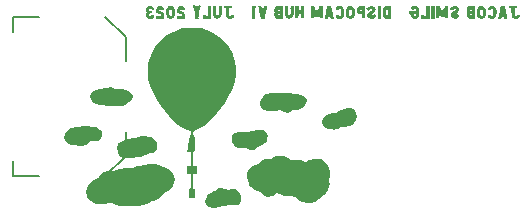
<source format=gbr>
%TF.GenerationSoftware,KiCad,Pcbnew,7.0.2*%
%TF.CreationDate,2023-07-28T16:56:04-04:00*%
%TF.ProjectId,dispocam-hub,64697370-6f63-4616-9d2d-6875622e6b69,rev?*%
%TF.SameCoordinates,Original*%
%TF.FileFunction,Legend,Bot*%
%TF.FilePolarity,Positive*%
%FSLAX46Y46*%
G04 Gerber Fmt 4.6, Leading zero omitted, Abs format (unit mm)*
G04 Created by KiCad (PCBNEW 7.0.2) date 2023-07-28 16:56:04*
%MOMM*%
%LPD*%
G01*
G04 APERTURE LIST*
%ADD10C,0.127000*%
G04 APERTURE END LIST*
%TO.C,G\u002A\u002A\u002A*%
G36*
X140986163Y-109621409D02*
G01*
X141223539Y-109698281D01*
X141305230Y-109727938D01*
X141454518Y-109769511D01*
X141574185Y-109772813D01*
X141708312Y-109741802D01*
X141854624Y-109716680D01*
X142096362Y-109746497D01*
X142314395Y-109854025D01*
X142477406Y-110027628D01*
X142495124Y-110057925D01*
X142580365Y-110276964D01*
X142613887Y-110513287D01*
X142597223Y-110739714D01*
X142531907Y-110929063D01*
X142419474Y-111054153D01*
X142417146Y-111055379D01*
X142338508Y-111070147D01*
X142181310Y-111083968D01*
X141967195Y-111095344D01*
X141717806Y-111102773D01*
X141701666Y-111103092D01*
X141450064Y-111110868D01*
X141231714Y-111122538D01*
X141069534Y-111136577D01*
X140986442Y-111151458D01*
X140959949Y-111161782D01*
X140835394Y-111205563D01*
X140680418Y-111255981D01*
X140457266Y-111308392D01*
X140169169Y-111318697D01*
X139924702Y-111259094D01*
X139735579Y-111135263D01*
X139613514Y-110952886D01*
X139570222Y-110717642D01*
X139584445Y-110599876D01*
X139674802Y-110379932D01*
X139829268Y-110176201D01*
X140025359Y-110015309D01*
X140240588Y-109923879D01*
X140257188Y-109919698D01*
X140409020Y-109848750D01*
X140545362Y-109740112D01*
X140558987Y-109725818D01*
X140677579Y-109633716D01*
X140812073Y-109599400D01*
X140986163Y-109621409D01*
G37*
G36*
X135374877Y-107593698D02*
G01*
X135560107Y-107667017D01*
X135561593Y-107667968D01*
X135665900Y-107718203D01*
X135832289Y-107781968D01*
X136025443Y-107845705D01*
X136269346Y-107936163D01*
X136574612Y-108118793D01*
X136792464Y-108353711D01*
X136923395Y-108641511D01*
X136967897Y-108982787D01*
X136950068Y-109168689D01*
X136849649Y-109451005D01*
X136674571Y-109693786D01*
X136440655Y-109877372D01*
X136163722Y-109982104D01*
X136049025Y-110027401D01*
X135949391Y-110154372D01*
X135925507Y-110205134D01*
X135786231Y-110395750D01*
X135595698Y-110559643D01*
X135384398Y-110674408D01*
X135182822Y-110717642D01*
X135154071Y-110721407D01*
X135035879Y-110766196D01*
X134898623Y-110845326D01*
X134757893Y-110928500D01*
X134536809Y-111016270D01*
X134261665Y-111079751D01*
X133908777Y-111125649D01*
X133755165Y-111137977D01*
X133491894Y-111152744D01*
X133196251Y-111164161D01*
X132907860Y-111170453D01*
X132556836Y-111166834D01*
X132277870Y-111143152D01*
X132057249Y-111094556D01*
X131873527Y-111016286D01*
X131705256Y-110903584D01*
X131548569Y-110780711D01*
X131313311Y-110888956D01*
X131141724Y-110951718D01*
X130937173Y-110987178D01*
X130670022Y-110997964D01*
X130666962Y-110997969D01*
X130446331Y-110993461D01*
X130289648Y-110973647D01*
X130159526Y-110930341D01*
X130018578Y-110855360D01*
X129882853Y-110765344D01*
X129665410Y-110548116D01*
X129538868Y-110288687D01*
X129499234Y-109980328D01*
X129538877Y-109687560D01*
X129650062Y-109406869D01*
X129818822Y-109168695D01*
X130031222Y-108992526D01*
X130273323Y-108897854D01*
X130322201Y-108886008D01*
X130445804Y-108814227D01*
X130551318Y-108668601D01*
X130583094Y-108618335D01*
X130716541Y-108460591D01*
X130870175Y-108329304D01*
X130923778Y-108294071D01*
X131031181Y-108237370D01*
X131148812Y-108203860D01*
X131307254Y-108186637D01*
X131537090Y-108178802D01*
X131715976Y-108171684D01*
X132030959Y-108133455D01*
X132302150Y-108058773D01*
X132451279Y-108010342D01*
X132681163Y-107968842D01*
X132939700Y-107970658D01*
X133139710Y-107976582D01*
X133311891Y-107955046D01*
X133463053Y-107897711D01*
X133611501Y-107842937D01*
X133817406Y-107791071D01*
X134035770Y-107753522D01*
X134252056Y-107719545D01*
X134487924Y-107670831D01*
X134675528Y-107620291D01*
X134874739Y-107575379D01*
X135133769Y-107562484D01*
X135374877Y-107593698D01*
G37*
G36*
X146066505Y-106906515D02*
G01*
X146186350Y-106936351D01*
X146383097Y-107012483D01*
X146573572Y-107110924D01*
X146726482Y-107198766D01*
X146845540Y-107247224D01*
X146955043Y-107256888D01*
X147093960Y-107237215D01*
X147329421Y-107220536D01*
X147644603Y-107263750D01*
X147936221Y-107370851D01*
X147940235Y-107372924D01*
X148024956Y-107408683D01*
X148103745Y-107411036D01*
X148208152Y-107374303D01*
X148369727Y-107292805D01*
X148414151Y-107270302D01*
X148744242Y-107158561D01*
X149063272Y-107142427D01*
X149360963Y-107216072D01*
X149627033Y-107373671D01*
X149851202Y-107609397D01*
X150023188Y-107917424D01*
X150132712Y-108291926D01*
X150158120Y-108475697D01*
X150149602Y-108612518D01*
X150103072Y-108741719D01*
X150066688Y-108831740D01*
X150047622Y-108969211D01*
X150073980Y-109145162D01*
X150091442Y-109250796D01*
X150075515Y-109551490D01*
X149966425Y-109832140D01*
X149770587Y-110073126D01*
X149688465Y-110144600D01*
X149583900Y-110225996D01*
X149526353Y-110257682D01*
X149483388Y-110280795D01*
X149385047Y-110357829D01*
X149258729Y-110470210D01*
X149157276Y-110557746D01*
X148981732Y-110686432D01*
X148827451Y-110775727D01*
X148539506Y-110860396D01*
X148203535Y-110874610D01*
X147863620Y-110816485D01*
X147548803Y-110691153D01*
X147288128Y-110503744D01*
X147195703Y-110422813D01*
X147099512Y-110372019D01*
X146972095Y-110347541D01*
X146778088Y-110337879D01*
X146559331Y-110318600D01*
X146287597Y-110272148D01*
X146033848Y-110208910D01*
X145637433Y-110088798D01*
X145370063Y-110224347D01*
X145254169Y-110276536D01*
X145075199Y-110336531D01*
X144935631Y-110359895D01*
X144870932Y-110355789D01*
X144640962Y-110289005D01*
X144416327Y-110156144D01*
X144234370Y-109977565D01*
X144194066Y-109928287D01*
X144107494Y-109846607D01*
X144051657Y-109827560D01*
X144030912Y-109838020D01*
X143899605Y-109843285D01*
X143737836Y-109781245D01*
X143567869Y-109666328D01*
X143411968Y-109512959D01*
X143292397Y-109335565D01*
X143242352Y-109218772D01*
X143171058Y-108967201D01*
X143126292Y-108691310D01*
X143113469Y-108430136D01*
X143138004Y-108222718D01*
X143167813Y-108136747D01*
X143308345Y-107923879D01*
X143515038Y-107765285D01*
X143764051Y-107681572D01*
X143831865Y-107669276D01*
X143989060Y-107607834D01*
X144106811Y-107490747D01*
X144192587Y-107396920D01*
X144404760Y-107254818D01*
X144651451Y-107168896D01*
X144891989Y-107156470D01*
X144912903Y-107159086D01*
X145089694Y-107155203D01*
X145232367Y-107088572D01*
X145305514Y-107043528D01*
X145543045Y-106951252D01*
X145812551Y-106902123D01*
X146066505Y-106906515D01*
G37*
G36*
X138693007Y-96079589D02*
G01*
X138933601Y-96085831D01*
X139119013Y-96099684D01*
X139274398Y-96124120D01*
X139424916Y-96162111D01*
X139595724Y-96216629D01*
X139672018Y-96243232D01*
X140232661Y-96498252D01*
X140742046Y-96836978D01*
X141190642Y-97250798D01*
X141568919Y-97731101D01*
X141867345Y-98269275D01*
X141898490Y-98340029D01*
X142087772Y-98908237D01*
X142176734Y-99492137D01*
X142165395Y-100089332D01*
X142053775Y-100697425D01*
X141841896Y-101314020D01*
X141764257Y-101488429D01*
X141521672Y-101953672D01*
X141231375Y-102420432D01*
X140904183Y-102876705D01*
X140550910Y-103310484D01*
X140182372Y-103709764D01*
X139809385Y-104062540D01*
X139442764Y-104356807D01*
X139093324Y-104580559D01*
X138771881Y-104721790D01*
X138743732Y-104730897D01*
X138579342Y-104802832D01*
X138503837Y-104891913D01*
X138509445Y-105018524D01*
X138588395Y-105203049D01*
X138606799Y-105243403D01*
X138650081Y-105397695D01*
X138678522Y-105617744D01*
X138694788Y-105921556D01*
X138697521Y-106011198D01*
X138701815Y-106223886D01*
X138697723Y-106359926D01*
X138682285Y-106438497D01*
X138652540Y-106478778D01*
X138605531Y-106499950D01*
X138571253Y-106513778D01*
X138537825Y-106546114D01*
X138516700Y-106610209D01*
X138505077Y-106723677D01*
X138500156Y-106904128D01*
X138499138Y-107169174D01*
X138499138Y-107804563D01*
X138677652Y-107804563D01*
X138856166Y-107804563D01*
X138856166Y-108111203D01*
X138856166Y-108417843D01*
X138677652Y-108417843D01*
X138499138Y-108417843D01*
X138499138Y-109056676D01*
X138499657Y-109273311D01*
X138503222Y-109469580D01*
X138512502Y-109593331D01*
X138530148Y-109661166D01*
X138558813Y-109689691D01*
X138601146Y-109695509D01*
X138620473Y-109696186D01*
X138665016Y-109713152D01*
X138689924Y-109768947D01*
X138700777Y-109884684D01*
X138703154Y-110081480D01*
X138703154Y-110467450D01*
X138435383Y-110452003D01*
X138167612Y-110436555D01*
X138152627Y-110066032D01*
X138149888Y-109994437D01*
X138147563Y-109831207D01*
X138158646Y-109741398D01*
X138188349Y-109703376D01*
X138241884Y-109695509D01*
X138278991Y-109692091D01*
X138310395Y-109669661D01*
X138330097Y-109611532D01*
X138340811Y-109501077D01*
X138345249Y-109321668D01*
X138346126Y-109056676D01*
X138346126Y-108417843D01*
X138167612Y-108417843D01*
X137989098Y-108417843D01*
X137989098Y-108111203D01*
X137989098Y-107804563D01*
X138167612Y-107804563D01*
X138346126Y-107804563D01*
X138346126Y-107174582D01*
X138346126Y-106544600D01*
X138185848Y-106568171D01*
X138025570Y-106591742D01*
X138062538Y-106215820D01*
X138095277Y-105988741D01*
X138153514Y-105708037D01*
X138222165Y-105455128D01*
X138271075Y-105297837D01*
X138327594Y-105084812D01*
X138343939Y-104939995D01*
X138317853Y-104846025D01*
X138247078Y-104785541D01*
X138129359Y-104741181D01*
X138015681Y-104702641D01*
X137657341Y-104526449D01*
X137280963Y-104268721D01*
X136896331Y-103941324D01*
X136513224Y-103556122D01*
X136141424Y-103124982D01*
X135790712Y-102659770D01*
X135470871Y-102172351D01*
X135191681Y-101674592D01*
X134962924Y-101178358D01*
X134794382Y-100695516D01*
X134736160Y-100480224D01*
X134698964Y-100298801D01*
X134680621Y-100121028D01*
X134677539Y-99911725D01*
X134686123Y-99635710D01*
X134695194Y-99457386D01*
X134723569Y-99151724D01*
X134770013Y-98892409D01*
X134840296Y-98642265D01*
X135019574Y-98194021D01*
X135323218Y-97671818D01*
X135705931Y-97205351D01*
X136159818Y-96802556D01*
X136676985Y-96471371D01*
X137249540Y-96219733D01*
X137257118Y-96217083D01*
X137423503Y-96161687D01*
X137568002Y-96123170D01*
X137715388Y-96098539D01*
X137890439Y-96084803D01*
X138117928Y-96078968D01*
X138422632Y-96078042D01*
X138693007Y-96079589D01*
G37*
G36*
X134538354Y-105243387D02*
G01*
X134816311Y-105291850D01*
X135017786Y-105339793D01*
X135159390Y-105394648D01*
X135257737Y-105463845D01*
X135329440Y-105554814D01*
X135391109Y-105674984D01*
X135455693Y-105855768D01*
X135487265Y-106112274D01*
X135446449Y-106338083D01*
X135339797Y-106518084D01*
X135173862Y-106637165D01*
X134955196Y-106680217D01*
X134897292Y-106687259D01*
X134747556Y-106731239D01*
X134582884Y-106802175D01*
X134565844Y-106810661D01*
X134432900Y-106867366D01*
X134266628Y-106921117D01*
X134050118Y-106976286D01*
X133766457Y-107037246D01*
X133398737Y-107108370D01*
X133263819Y-107123998D01*
X133034274Y-107124732D01*
X132795546Y-107103315D01*
X132584513Y-107063551D01*
X132438047Y-107009245D01*
X132410530Y-106991896D01*
X132240503Y-106817943D01*
X132135139Y-106571780D01*
X132098666Y-106262705D01*
X132107123Y-106080163D01*
X132141718Y-105951295D01*
X132212815Y-105850641D01*
X132241347Y-105823467D01*
X132402901Y-105716385D01*
X132625799Y-105611143D01*
X132878559Y-105519557D01*
X133129698Y-105453446D01*
X133347732Y-105424626D01*
X133457473Y-105415062D01*
X133692424Y-105369964D01*
X133907733Y-105302548D01*
X134143034Y-105228401D01*
X134366770Y-105216831D01*
X134538354Y-105243387D01*
G37*
G36*
X144419172Y-104717899D02*
G01*
X144614215Y-104818110D01*
X144762309Y-104998304D01*
X144836536Y-105230149D01*
X144817175Y-105479037D01*
X144749654Y-105627953D01*
X144598808Y-105816941D01*
X144404352Y-105976711D01*
X144197397Y-106077236D01*
X144175817Y-106084250D01*
X144001085Y-106169227D01*
X143852558Y-106281232D01*
X143777059Y-106349667D01*
X143676873Y-106404530D01*
X143558465Y-106414512D01*
X143396986Y-106380403D01*
X143167589Y-106302993D01*
X143156811Y-106299101D01*
X142989181Y-106246232D01*
X142863134Y-106220103D01*
X142805230Y-106226333D01*
X142784993Y-106240194D01*
X142685417Y-106262469D01*
X142538196Y-106271173D01*
X142359142Y-106255142D01*
X142123910Y-106164565D01*
X141953334Y-105996164D01*
X141849477Y-105752318D01*
X141814399Y-105435408D01*
X141815571Y-105341482D01*
X141831248Y-105179384D01*
X141876743Y-105065700D01*
X141966485Y-104991378D01*
X142114901Y-104947368D01*
X142336421Y-104924620D01*
X142645471Y-104914082D01*
X142654741Y-104913886D01*
X142975277Y-104902184D01*
X143221472Y-104880532D01*
X143420113Y-104845550D01*
X143597985Y-104793857D01*
X143853303Y-104721778D01*
X144161071Y-104685681D01*
X144419172Y-104717899D01*
G37*
G36*
X129719499Y-104409064D02*
G01*
X129852034Y-104451116D01*
X129957938Y-104498348D01*
X130055685Y-104501993D01*
X130123530Y-104486991D01*
X130300334Y-104504104D01*
X130494969Y-104577193D01*
X130671112Y-104694873D01*
X130783549Y-104808684D01*
X130836179Y-104920549D01*
X130848536Y-105077450D01*
X130839814Y-105210032D01*
X130772543Y-105411090D01*
X130634049Y-105547641D01*
X130418645Y-105624122D01*
X130120641Y-105644968D01*
X129997239Y-105648572D01*
X129857671Y-105684499D01*
X129738111Y-105771261D01*
X129736508Y-105772757D01*
X129593769Y-105888525D01*
X129445925Y-105984862D01*
X129372837Y-106013207D01*
X129171986Y-106044325D01*
X128904048Y-106047371D01*
X128589128Y-106022590D01*
X128247331Y-105970229D01*
X128018403Y-105900713D01*
X127808007Y-105759082D01*
X127679076Y-105559183D01*
X127635283Y-105305010D01*
X127651658Y-105147296D01*
X127752395Y-104914769D01*
X127942695Y-104726222D01*
X128219970Y-104583886D01*
X128581630Y-104489992D01*
X128848279Y-104448459D01*
X129206149Y-104408087D01*
X129500380Y-104394838D01*
X129719499Y-104409064D01*
G37*
G36*
X151760182Y-102875554D02*
G01*
X151871625Y-102891410D01*
X152030086Y-102923523D01*
X152129433Y-102956118D01*
X152161079Y-102976300D01*
X152272488Y-103114034D01*
X152345821Y-103322174D01*
X152372230Y-103578060D01*
X152372220Y-103582752D01*
X152325878Y-103868435D01*
X152194072Y-104104565D01*
X151983429Y-104285422D01*
X151700579Y-104405285D01*
X151352150Y-104458434D01*
X151307731Y-104461465D01*
X151071121Y-104503938D01*
X150869579Y-104579365D01*
X150787970Y-104619464D01*
X150652646Y-104664621D01*
X150499856Y-104681473D01*
X150302258Y-104671934D01*
X150032511Y-104637915D01*
X149999582Y-104632923D01*
X149748123Y-104571676D01*
X149583020Y-104475808D01*
X149492553Y-104335014D01*
X149465002Y-104138992D01*
X149474268Y-104004689D01*
X149552059Y-103751734D01*
X149702049Y-103558152D01*
X149730182Y-103537554D01*
X149869497Y-103466503D01*
X150063018Y-103391474D01*
X150276136Y-103323821D01*
X150474239Y-103274902D01*
X150622717Y-103256072D01*
X150731886Y-103238814D01*
X150848640Y-103153182D01*
X150905115Y-103092517D01*
X151070670Y-102992909D01*
X151289324Y-102917163D01*
X151529641Y-102874853D01*
X151760182Y-102875554D01*
G37*
G36*
X146259630Y-101546062D02*
G01*
X146497639Y-101554889D01*
X146700928Y-101572560D01*
X146843261Y-101599161D01*
X146982418Y-101634070D01*
X147208244Y-101676040D01*
X147433145Y-101705075D01*
X147636560Y-101733299D01*
X147878080Y-101808801D01*
X148041053Y-101928326D01*
X148136151Y-102097835D01*
X148165915Y-102269335D01*
X148121049Y-102461490D01*
X147983237Y-102643952D01*
X147748062Y-102824997D01*
X147723228Y-102840806D01*
X147535146Y-102946986D01*
X147380947Y-102999804D01*
X147222902Y-103012746D01*
X147182848Y-103012825D01*
X146999168Y-103042289D01*
X146849210Y-103132762D01*
X146747169Y-103199388D01*
X146528202Y-103257470D01*
X146289236Y-103233657D01*
X146056576Y-103128104D01*
X145943622Y-103057518D01*
X145855089Y-103027474D01*
X145753170Y-103036375D01*
X145595820Y-103079814D01*
X145469285Y-103111698D01*
X145238772Y-103136723D01*
X144961084Y-103123629D01*
X144939565Y-103121502D01*
X144746844Y-103097024D01*
X144617024Y-103061119D01*
X144514296Y-102999242D01*
X144402853Y-102896844D01*
X144358150Y-102851271D01*
X144263182Y-102733466D01*
X144221175Y-102617687D01*
X144211806Y-102457155D01*
X144213909Y-102384733D01*
X144253528Y-102185122D01*
X144357898Y-101988075D01*
X144407672Y-101914844D01*
X144534972Y-101759427D01*
X144665527Y-101670918D01*
X144831748Y-101632874D01*
X145066046Y-101628855D01*
X145249892Y-101628874D01*
X145396462Y-101619809D01*
X145472964Y-101603606D01*
X145485071Y-101597495D01*
X145599620Y-101571796D01*
X145784386Y-101554600D01*
X146013134Y-101545994D01*
X146259630Y-101546062D01*
G37*
G36*
X131742508Y-101128481D02*
G01*
X131796379Y-101158798D01*
X131959731Y-101211121D01*
X132203325Y-101252107D01*
X132537921Y-101283857D01*
X132571792Y-101286768D01*
X132837194Y-101340313D01*
X133076688Y-101438692D01*
X133271275Y-101569507D01*
X133401958Y-101720363D01*
X133449741Y-101878863D01*
X133447740Y-101911124D01*
X133389783Y-102075727D01*
X133274777Y-102224254D01*
X133133947Y-102313706D01*
X133124781Y-102316963D01*
X133015141Y-102385423D01*
X132903714Y-102492638D01*
X132783808Y-102596961D01*
X132593377Y-102652606D01*
X132378795Y-102666540D01*
X132099635Y-102676440D01*
X131811524Y-102679690D01*
X131536627Y-102676579D01*
X131297109Y-102667396D01*
X131115136Y-102652432D01*
X131012873Y-102631975D01*
X130990842Y-102623767D01*
X130836015Y-102592591D01*
X130663251Y-102586773D01*
X130658752Y-102587038D01*
X130405059Y-102558116D01*
X130172780Y-102453881D01*
X129981999Y-102291356D01*
X129852801Y-102087568D01*
X129805272Y-101859538D01*
X129809946Y-101772287D01*
X129854935Y-101640710D01*
X129967620Y-101515956D01*
X129993290Y-101494474D01*
X130156537Y-101395406D01*
X130323489Y-101338508D01*
X130396804Y-101324601D01*
X130587916Y-101280283D01*
X130782987Y-101227124D01*
X130887708Y-101199675D01*
X131042967Y-101172694D01*
X131144042Y-101172752D01*
X131218658Y-101173942D01*
X131334098Y-101128076D01*
X131395187Y-101092139D01*
X131569963Y-101063284D01*
X131742508Y-101128481D01*
G37*
%TO.C,kibuzzard-64C418B2*%
G36*
X143849725Y-94225269D02*
G01*
X143892587Y-94344331D01*
X143903700Y-94394337D01*
X143849725Y-94401481D01*
X143800512Y-94410212D01*
X143792575Y-94463394D01*
X143792399Y-94632198D01*
X143791869Y-94759727D01*
X143790987Y-94845981D01*
X143790194Y-94905512D01*
X143788606Y-94963456D01*
X143787019Y-95022194D01*
X143784637Y-95080931D01*
X143784637Y-95165863D01*
X143784637Y-95250794D01*
X143781462Y-95278575D01*
X143770350Y-95291275D01*
X143743362Y-95295244D01*
X143625887Y-95295244D01*
X143573500Y-95290481D01*
X143551275Y-95266669D01*
X143549687Y-95249206D01*
X143546116Y-95118238D01*
X143544925Y-95061881D01*
X143544749Y-94962398D01*
X143544219Y-94856565D01*
X143543337Y-94744381D01*
X143543337Y-94663948D01*
X143543337Y-94575048D01*
X143543337Y-94477681D01*
X143543734Y-94317741D01*
X143544925Y-94237969D01*
X143545719Y-94221300D01*
X143550481Y-94211775D01*
X143560006Y-94206219D01*
X143576675Y-94203044D01*
X143602075Y-94201456D01*
X143703278Y-94199075D01*
X143768762Y-94195106D01*
X143787019Y-94195106D01*
X143806862Y-94195106D01*
X143849725Y-94225269D01*
G37*
G36*
X154443112Y-94189550D02*
G01*
X154451050Y-94233206D01*
X154452637Y-94360206D01*
X154456011Y-94418944D01*
X154456606Y-94518956D01*
X154456408Y-94618969D01*
X154457400Y-94677706D01*
X154457400Y-94720569D01*
X154452637Y-94825344D01*
X154448669Y-94938056D01*
X154446287Y-95039656D01*
X154445494Y-95153163D01*
X154447875Y-95257144D01*
X154439937Y-95292863D01*
X154405012Y-95303181D01*
X154346672Y-95303181D01*
X154257375Y-95303181D01*
X154209750Y-95300006D01*
X154182762Y-95291275D01*
X154176412Y-95263494D01*
X154173767Y-95135788D01*
X154172179Y-95042655D01*
X154171650Y-94984094D01*
X154172444Y-94855506D01*
X154173237Y-94783473D01*
X154174031Y-94703900D01*
X154174825Y-94574519D01*
X154173237Y-94522131D01*
X154170459Y-94465378D01*
X154168475Y-94345919D01*
X154173237Y-94222094D01*
X154181175Y-94191137D01*
X154211337Y-94182406D01*
X154285950Y-94180819D01*
X154400250Y-94180819D01*
X154443112Y-94189550D01*
G37*
G36*
X158970662Y-94189550D02*
G01*
X158978600Y-94233206D01*
X158980187Y-94360206D01*
X158983561Y-94418944D01*
X158984156Y-94518956D01*
X158983958Y-94618969D01*
X158984950Y-94677706D01*
X158984950Y-94720569D01*
X158980187Y-94825344D01*
X158976219Y-94938056D01*
X158973837Y-95039656D01*
X158973044Y-95153163D01*
X158975425Y-95257144D01*
X158967487Y-95292863D01*
X158932562Y-95303181D01*
X158874222Y-95303181D01*
X158784925Y-95303181D01*
X158737300Y-95300006D01*
X158710312Y-95291275D01*
X158703962Y-95263494D01*
X158701317Y-95135788D01*
X158699729Y-95042655D01*
X158699200Y-94984094D01*
X158699994Y-94855506D01*
X158700787Y-94783473D01*
X158701581Y-94703900D01*
X158702375Y-94574519D01*
X158700787Y-94522131D01*
X158698009Y-94465378D01*
X158696025Y-94345919D01*
X158700787Y-94222094D01*
X158708725Y-94191137D01*
X158738887Y-94182406D01*
X158813500Y-94180819D01*
X158927800Y-94180819D01*
X158970662Y-94189550D01*
G37*
G36*
X152744664Y-94222270D02*
G01*
X152846793Y-94222799D01*
X153006425Y-94223681D01*
X153016744Y-94223681D01*
X153027062Y-94223681D01*
X153057225Y-94233206D01*
X153066750Y-94264956D01*
X153069131Y-94347109D01*
X153069925Y-94399894D01*
X153069528Y-94482444D01*
X153068337Y-94587219D01*
X153067147Y-94659450D01*
X153066750Y-94739619D01*
X153066750Y-94870588D01*
X153066750Y-94987269D01*
X153066750Y-95143241D01*
X153066750Y-95214281D01*
X153056431Y-95252381D01*
X153019125Y-95263494D01*
X152893712Y-95261906D01*
X152858787Y-95257144D01*
X152839737Y-95231744D01*
X152841325Y-95214281D01*
X152844103Y-95122603D01*
X152842912Y-95006319D01*
X152841325Y-94966631D01*
X152832594Y-94942025D01*
X152807987Y-94934881D01*
X152781000Y-94932328D01*
X152690512Y-94923769D01*
X152597644Y-94902338D01*
X152515887Y-94863444D01*
X152458737Y-94809469D01*
X152416669Y-94728506D01*
X152392062Y-94650719D01*
X152387369Y-94607856D01*
X152669875Y-94607856D01*
X152704800Y-94649131D01*
X152738137Y-94658656D01*
X152758775Y-94660244D01*
X152781000Y-94662625D01*
X152800050Y-94661037D01*
X152819100Y-94652306D01*
X152826244Y-94645163D01*
X152830212Y-94636431D01*
X152832594Y-94626113D01*
X152832594Y-94615000D01*
X152831800Y-94603888D01*
X152831800Y-94593569D01*
X152833387Y-94561819D01*
X152833387Y-94504669D01*
X152809575Y-94479269D01*
X152739725Y-94480856D01*
X152677812Y-94523719D01*
X152669875Y-94607856D01*
X152387369Y-94607856D01*
X152386109Y-94596347D01*
X152384125Y-94515781D01*
X152392459Y-94450694D01*
X152417462Y-94382431D01*
X152487312Y-94293531D01*
X152586531Y-94237572D01*
X152700037Y-94222094D01*
X152744664Y-94222270D01*
G37*
G36*
X147452556Y-94214950D02*
G01*
X147459700Y-94263369D01*
X147460229Y-94333924D01*
X147461817Y-94435524D01*
X147464462Y-94568169D01*
X147470019Y-94588806D01*
X147489862Y-94595156D01*
X147586700Y-94598331D01*
X147632737Y-94590394D01*
X147639087Y-94542769D01*
X147638382Y-94491440D01*
X147638382Y-94398835D01*
X147639087Y-94264956D01*
X147640675Y-94230031D01*
X147659725Y-94209394D01*
X147677187Y-94207806D01*
X147754975Y-94207806D01*
X147864512Y-94207806D01*
X147877212Y-94207806D01*
X147897850Y-94214950D01*
X147905787Y-94234794D01*
X147905787Y-94249875D01*
X147905787Y-94264956D01*
X147906978Y-94369334D01*
X147907375Y-94412594D01*
X147911079Y-94520367D01*
X147911608Y-94627788D01*
X147908962Y-94734856D01*
X147905986Y-94827527D01*
X147903406Y-94956313D01*
X147900827Y-95084305D01*
X147897850Y-95174594D01*
X147900231Y-95208725D01*
X147902612Y-95241269D01*
X147895469Y-95265875D01*
X147870862Y-95274606D01*
X147783550Y-95276591D01*
X147670837Y-95273019D01*
X147645437Y-95249206D01*
X147643850Y-95236506D01*
X147640278Y-95115856D01*
X147639087Y-95061881D01*
X147639087Y-94985681D01*
X147639087Y-94909481D01*
X147631944Y-94872175D01*
X147596225Y-94865031D01*
X147496212Y-94863444D01*
X147478750Y-94865031D01*
X147461287Y-94880906D01*
X147458112Y-94911069D01*
X147458112Y-94957900D01*
X147456525Y-95015844D01*
X147453350Y-95147209D01*
X147456525Y-95233331D01*
X147456525Y-95246031D01*
X147427950Y-95274606D01*
X147385087Y-95276194D01*
X147294600Y-95274606D01*
X147232687Y-95273019D01*
X147207287Y-95266669D01*
X147199350Y-95242856D01*
X147199350Y-95233331D01*
X147195778Y-95118634D01*
X147194587Y-95072994D01*
X147194587Y-95021312D01*
X147194587Y-94910716D01*
X147194587Y-94741206D01*
X147194587Y-94563605D01*
X147194587Y-94426088D01*
X147194587Y-94328655D01*
X147194587Y-94271306D01*
X147194587Y-94236381D01*
X147200937Y-94214950D01*
X147219987Y-94207806D01*
X147242212Y-94207806D01*
X147354131Y-94207806D01*
X147404137Y-94207806D01*
X147452556Y-94214950D01*
G37*
G36*
X155055887Y-94201103D02*
G01*
X155173362Y-94202691D01*
X155252737Y-94204631D01*
X155283694Y-94207012D01*
X155298775Y-94214156D01*
X155305919Y-94229237D01*
X155306712Y-94260194D01*
X155306712Y-94316649D01*
X155306712Y-94416166D01*
X155306712Y-94558743D01*
X155306712Y-94744381D01*
X155306712Y-94896384D01*
X155306712Y-95026956D01*
X155306712Y-95136097D01*
X155306712Y-95223806D01*
X155306712Y-95244444D01*
X155298775Y-95272225D01*
X155273375Y-95282544D01*
X155252737Y-95282544D01*
X155120269Y-95283426D01*
X155002265Y-95283955D01*
X154962225Y-95284023D01*
X154898725Y-95284131D01*
X154860625Y-95284131D01*
X154752675Y-95250794D01*
X154670522Y-95171419D01*
X154627262Y-95079344D01*
X154604641Y-94961869D01*
X154597343Y-94866619D01*
X154852687Y-94866619D01*
X154863800Y-94944406D01*
X154898725Y-94999175D01*
X154962225Y-95020606D01*
X155040012Y-95019019D01*
X155065412Y-94995206D01*
X155068587Y-94960281D01*
X155068587Y-94884478D01*
X155068587Y-94733269D01*
X155068587Y-94621350D01*
X155068587Y-94507844D01*
X155059856Y-94465775D01*
X155019375Y-94455456D01*
X154946350Y-94463394D01*
X154868562Y-94533244D01*
X154852687Y-94609444D01*
X154852687Y-94725331D01*
X154852687Y-94806691D01*
X154852687Y-94866619D01*
X154597343Y-94866619D01*
X154597100Y-94863444D01*
X154597894Y-94766606D01*
X154597100Y-94615794D01*
X154605434Y-94511813D01*
X154630437Y-94396719D01*
X154673300Y-94311391D01*
X154754262Y-94233206D01*
X154781250Y-94220506D01*
X154900312Y-94199869D01*
X155055887Y-94201103D01*
G37*
G36*
X147015200Y-94201456D02*
G01*
X147041394Y-94208600D01*
X147048537Y-94236381D01*
X147048141Y-94293928D01*
X147050125Y-94371319D01*
X147053300Y-94479269D01*
X147053300Y-94602565D01*
X147051183Y-94724802D01*
X147046950Y-94845981D01*
X147035837Y-94933691D01*
X147012025Y-95015844D01*
X146975116Y-95092838D01*
X146924712Y-95165069D01*
X146868753Y-95222616D01*
X146815175Y-95255556D01*
X146720807Y-95280427D01*
X146626086Y-95280956D01*
X146531012Y-95257144D01*
X146467512Y-95220631D01*
X146404542Y-95155367D01*
X146355329Y-95078109D01*
X146319875Y-94988856D01*
X146301619Y-94900750D01*
X146294475Y-94795181D01*
X146293903Y-94750668D01*
X146293459Y-94673007D01*
X146293141Y-94562200D01*
X146292951Y-94418245D01*
X146292887Y-94241144D01*
X146294475Y-94223681D01*
X146316700Y-94201456D01*
X146346862Y-94201456D01*
X146415919Y-94201456D01*
X146511962Y-94201456D01*
X146534187Y-94201456D01*
X146556412Y-94223681D01*
X146558000Y-94237969D01*
X146559191Y-94405450D01*
X146559587Y-94472919D01*
X146558706Y-94548060D01*
X146558176Y-94669769D01*
X146558000Y-94838044D01*
X146567525Y-94911069D01*
X146599275Y-94972981D01*
X146663569Y-95004731D01*
X146732625Y-94984094D01*
X146775487Y-94915831D01*
X146780250Y-94863444D01*
X146780250Y-94780894D01*
X146780250Y-94676119D01*
X146781044Y-94640400D01*
X146781837Y-94599125D01*
X146781837Y-94561819D01*
X146778662Y-94501494D01*
X146777075Y-94413387D01*
X146778662Y-94324488D01*
X146780250Y-94236381D01*
X146787394Y-94209394D01*
X146810412Y-94201456D01*
X146917172Y-94200663D01*
X147015200Y-94201456D01*
G37*
G36*
X140936663Y-94201456D02*
G01*
X140962856Y-94208600D01*
X140970000Y-94236381D01*
X140969603Y-94293928D01*
X140971588Y-94371319D01*
X140974763Y-94479269D01*
X140974763Y-94602565D01*
X140972646Y-94724802D01*
X140968413Y-94845981D01*
X140957300Y-94933691D01*
X140933488Y-95015844D01*
X140896578Y-95092838D01*
X140846175Y-95165069D01*
X140790216Y-95222616D01*
X140736638Y-95255556D01*
X140642269Y-95280427D01*
X140547549Y-95280956D01*
X140452475Y-95257144D01*
X140388975Y-95220631D01*
X140326004Y-95155367D01*
X140276792Y-95078109D01*
X140241338Y-94988856D01*
X140223081Y-94900750D01*
X140215937Y-94795181D01*
X140215366Y-94750668D01*
X140214921Y-94673007D01*
X140214604Y-94562200D01*
X140214414Y-94418245D01*
X140214350Y-94241144D01*
X140215937Y-94223681D01*
X140238163Y-94201456D01*
X140268325Y-94201456D01*
X140337381Y-94201456D01*
X140433425Y-94201456D01*
X140455650Y-94201456D01*
X140477875Y-94223681D01*
X140479463Y-94237969D01*
X140480653Y-94405450D01*
X140481050Y-94472919D01*
X140480168Y-94548060D01*
X140479639Y-94669769D01*
X140479463Y-94838044D01*
X140488988Y-94911069D01*
X140520737Y-94972981D01*
X140585031Y-95004731D01*
X140654088Y-94984094D01*
X140696950Y-94915831D01*
X140701712Y-94863444D01*
X140701712Y-94780894D01*
X140701712Y-94676119D01*
X140702506Y-94640400D01*
X140703300Y-94599125D01*
X140703300Y-94561819D01*
X140700125Y-94501494D01*
X140698537Y-94413387D01*
X140700125Y-94324488D01*
X140701712Y-94236381D01*
X140708856Y-94209394D01*
X140731875Y-94201456D01*
X140838634Y-94200663D01*
X140936663Y-94201456D01*
G37*
G36*
X135883650Y-94226856D02*
G01*
X135903494Y-94239556D01*
X135923338Y-94252256D01*
X136013825Y-94332028D01*
X136075738Y-94447519D01*
X136091613Y-94536419D01*
X136086056Y-94558644D01*
X136067800Y-94564994D01*
X136011444Y-94564994D01*
X135905875Y-94564994D01*
X135878888Y-94547531D01*
X135869363Y-94533244D01*
X135821341Y-94488397D01*
X135759825Y-94471331D01*
X135695531Y-94483238D01*
X135639175Y-94525306D01*
X135640763Y-94603094D01*
X135693150Y-94641194D01*
X135767763Y-94660244D01*
X135877300Y-94690406D01*
X135960203Y-94750026D01*
X136026878Y-94829401D01*
X136077325Y-94928531D01*
X136099153Y-95017828D01*
X136107488Y-95130144D01*
X136104313Y-95196025D01*
X136101138Y-95260319D01*
X136095581Y-95283337D01*
X136072563Y-95290481D01*
X135955088Y-95296831D01*
X135833644Y-95298022D01*
X135697913Y-95298419D01*
X135607425Y-95298419D01*
X135440738Y-95298419D01*
X135418513Y-95298419D01*
X135398669Y-95291275D01*
X135393113Y-95271431D01*
X135392716Y-95154353D01*
X135394700Y-95092044D01*
X135406606Y-95046800D01*
X135453438Y-95039656D01*
X135530519Y-95039656D01*
X135626299Y-95041773D01*
X135740775Y-95046006D01*
X135797925Y-95046006D01*
X135816975Y-95017431D01*
X135779669Y-94937263D01*
X135712200Y-94896781D01*
X135680450Y-94889638D01*
X135643938Y-94879319D01*
X135559403Y-94848759D01*
X135499475Y-94811056D01*
X135430331Y-94732563D01*
X135390114Y-94643134D01*
X135378825Y-94542769D01*
X135399066Y-94441566D01*
X135450263Y-94350681D01*
X135511999Y-94287005D01*
X135587140Y-94237792D01*
X135675688Y-94203044D01*
X135782447Y-94193916D01*
X135883650Y-94226856D01*
G37*
G36*
X137658475Y-94226856D02*
G01*
X137678319Y-94239556D01*
X137698163Y-94252256D01*
X137788650Y-94332028D01*
X137850563Y-94447519D01*
X137866438Y-94536419D01*
X137860881Y-94558644D01*
X137842625Y-94564994D01*
X137786269Y-94564994D01*
X137680700Y-94564994D01*
X137653713Y-94547531D01*
X137644188Y-94533244D01*
X137596166Y-94488397D01*
X137534650Y-94471331D01*
X137470356Y-94483238D01*
X137414000Y-94525306D01*
X137415588Y-94603094D01*
X137467975Y-94641194D01*
X137542588Y-94660244D01*
X137652125Y-94690406D01*
X137735028Y-94750026D01*
X137801703Y-94829401D01*
X137852150Y-94928531D01*
X137873978Y-95017828D01*
X137882313Y-95130144D01*
X137879138Y-95196025D01*
X137875963Y-95260319D01*
X137870406Y-95283337D01*
X137847388Y-95290481D01*
X137729913Y-95296831D01*
X137608469Y-95298022D01*
X137472738Y-95298419D01*
X137382250Y-95298419D01*
X137215563Y-95298419D01*
X137193338Y-95298419D01*
X137173494Y-95291275D01*
X137167938Y-95271431D01*
X137167541Y-95154353D01*
X137169525Y-95092044D01*
X137181431Y-95046800D01*
X137228263Y-95039656D01*
X137305344Y-95039656D01*
X137401124Y-95041773D01*
X137515600Y-95046006D01*
X137572750Y-95046006D01*
X137591800Y-95017431D01*
X137554494Y-94937263D01*
X137487025Y-94896781D01*
X137455275Y-94889638D01*
X137418763Y-94879319D01*
X137334228Y-94848759D01*
X137274300Y-94811056D01*
X137205156Y-94732563D01*
X137164939Y-94643134D01*
X137153650Y-94542769D01*
X137173891Y-94441566D01*
X137225088Y-94350681D01*
X137286824Y-94287005D01*
X137361965Y-94237792D01*
X137450513Y-94203044D01*
X137557272Y-94193916D01*
X137658475Y-94226856D01*
G37*
G36*
X135008938Y-94204631D02*
G01*
X135087783Y-94249434D01*
X135150754Y-94305526D01*
X135197850Y-94372906D01*
X135228806Y-94445534D01*
X135239125Y-94517369D01*
X135232775Y-94541975D01*
X135208963Y-94549119D01*
X135134350Y-94550706D01*
X135069263Y-94550706D01*
X135023225Y-94525306D01*
X135010525Y-94507844D01*
X134957542Y-94470339D01*
X134897019Y-94459425D01*
X134837686Y-94474705D01*
X134788275Y-94515781D01*
X134785100Y-94580869D01*
X134847013Y-94625319D01*
X134899400Y-94630081D01*
X134934325Y-94630875D01*
X134974013Y-94633256D01*
X135010525Y-94668181D01*
X135011716Y-94719775D01*
X135012113Y-94807881D01*
X134991475Y-94833281D01*
X134948613Y-94842806D01*
X134937500Y-94845188D01*
X134924800Y-94846775D01*
X134912894Y-94848362D01*
X134900988Y-94849950D01*
X134888288Y-94852331D01*
X134799388Y-94895194D01*
X134796213Y-94985681D01*
X134865269Y-95027750D01*
X134956550Y-95022194D01*
X135021638Y-94968219D01*
X135064500Y-94942819D01*
X135135938Y-94942025D01*
X135207375Y-94942819D01*
X135232775Y-94950756D01*
X135239125Y-94979331D01*
X135226425Y-95053944D01*
X135191500Y-95131731D01*
X135121253Y-95217456D01*
X135018463Y-95284131D01*
X134922022Y-95308738D01*
X134813675Y-95296831D01*
X134712075Y-95249206D01*
X134618016Y-95173006D01*
X134551738Y-95065056D01*
X134531100Y-94941231D01*
X134547372Y-94845981D01*
X134586663Y-94769781D01*
X134586663Y-94723744D01*
X134551341Y-94656275D01*
X134534275Y-94577694D01*
X134543403Y-94455059D01*
X134596188Y-94347506D01*
X134654219Y-94284183D01*
X134726715Y-94233912D01*
X134813675Y-94196694D01*
X134913291Y-94181216D01*
X135008938Y-94204631D01*
G37*
G36*
X158450359Y-94183200D02*
G01*
X158515050Y-94183994D01*
X158545212Y-94191931D01*
X158553150Y-94223681D01*
X158553150Y-94271306D01*
X158553150Y-94376081D01*
X158553150Y-94488794D01*
X158553348Y-94565192D01*
X158553944Y-94740413D01*
X158554385Y-94878260D01*
X158554649Y-94992296D01*
X158554737Y-95082519D01*
X158554341Y-95158322D01*
X158553150Y-95252381D01*
X158549975Y-95277781D01*
X158539656Y-95288894D01*
X158516637Y-95292069D01*
X158361944Y-95296655D01*
X158261932Y-95299830D01*
X158216600Y-95301594D01*
X158147544Y-95303181D01*
X158048325Y-95301594D01*
X157949503Y-95300006D01*
X157881637Y-95301594D01*
X157867350Y-95300006D01*
X157841156Y-95291275D01*
X157834012Y-95265081D01*
X157833219Y-95160703D01*
X157834012Y-95050769D01*
X157841950Y-95026956D01*
X157867350Y-95020606D01*
X158002287Y-95021797D01*
X158076900Y-95025369D01*
X158140400Y-95028544D01*
X158232475Y-95028544D01*
X158261844Y-95021400D01*
X158270575Y-94990444D01*
X158270575Y-94980125D01*
X158270575Y-94967425D01*
X158270575Y-94957106D01*
X158271986Y-94867677D01*
X158271986Y-94749673D01*
X158270575Y-94603094D01*
X158268591Y-94478078D01*
X158268987Y-94385606D01*
X158269384Y-94296309D01*
X158270575Y-94215744D01*
X158278512Y-94188756D01*
X158305500Y-94180819D01*
X158322962Y-94180819D01*
X158450359Y-94183200D01*
G37*
G36*
X139968684Y-94183200D02*
G01*
X140033375Y-94183994D01*
X140063538Y-94191931D01*
X140071475Y-94223681D01*
X140071475Y-94271306D01*
X140071475Y-94376081D01*
X140071475Y-94488794D01*
X140071673Y-94565192D01*
X140072269Y-94740413D01*
X140072710Y-94878260D01*
X140072974Y-94992296D01*
X140073063Y-95082519D01*
X140072666Y-95158322D01*
X140071475Y-95252381D01*
X140068300Y-95277781D01*
X140057981Y-95288894D01*
X140034962Y-95292069D01*
X139880269Y-95296655D01*
X139780257Y-95299830D01*
X139734925Y-95301594D01*
X139665869Y-95303181D01*
X139566650Y-95301594D01*
X139467828Y-95300006D01*
X139399962Y-95301594D01*
X139385675Y-95300006D01*
X139359481Y-95291275D01*
X139352338Y-95265081D01*
X139351544Y-95160703D01*
X139352338Y-95050769D01*
X139360275Y-95026956D01*
X139385675Y-95020606D01*
X139520613Y-95021797D01*
X139595225Y-95025369D01*
X139658725Y-95028544D01*
X139750800Y-95028544D01*
X139780169Y-95021400D01*
X139788900Y-94990444D01*
X139788900Y-94980125D01*
X139788900Y-94967425D01*
X139788900Y-94957106D01*
X139790311Y-94867677D01*
X139790311Y-94749673D01*
X139788900Y-94603094D01*
X139786916Y-94478078D01*
X139787313Y-94385606D01*
X139787709Y-94296309D01*
X139788900Y-94215744D01*
X139796837Y-94188756D01*
X139823825Y-94180819D01*
X139841288Y-94180819D01*
X139968684Y-94183200D01*
G37*
G36*
X145802350Y-94183200D02*
G01*
X145835687Y-94183994D01*
X145881725Y-94185581D01*
X145926175Y-94187962D01*
X145970625Y-94187169D01*
X146038094Y-94186375D01*
X146105562Y-94188756D01*
X146134137Y-94195106D01*
X146143662Y-94223681D01*
X146150012Y-94299881D01*
X146150012Y-94411006D01*
X146148249Y-94515781D01*
X146147190Y-94624790D01*
X146146837Y-94738031D01*
X146146837Y-94818994D01*
X146146837Y-94903131D01*
X146147631Y-94999572D01*
X146150012Y-95072994D01*
X146150806Y-95178166D01*
X146143662Y-95265081D01*
X146136519Y-95288100D01*
X146113500Y-95295244D01*
X146023012Y-95298419D01*
X145921412Y-95295244D01*
X145865850Y-95297302D01*
X145835687Y-95298419D01*
X145741231Y-95301197D01*
X145670587Y-95293656D01*
X145567576Y-95253969D01*
X145489260Y-95187823D01*
X145435637Y-95095219D01*
X145418572Y-95019019D01*
X145415000Y-94914244D01*
X145417045Y-94895194D01*
X145718212Y-94895194D01*
X145719006Y-94950756D01*
X145750756Y-95001556D01*
X145813462Y-95025369D01*
X145865850Y-95025369D01*
X145888075Y-95016638D01*
X145894425Y-94995206D01*
X145894425Y-94933294D01*
X145896012Y-94933294D01*
X145891250Y-94865031D01*
X145883312Y-94839631D01*
X145870612Y-94835398D01*
X145859500Y-94831694D01*
X145769012Y-94841219D01*
X145718212Y-94895194D01*
X145417045Y-94895194D01*
X145422541Y-94843997D01*
X145441987Y-94779306D01*
X145441987Y-94707869D01*
X145418175Y-94608562D01*
X145415182Y-94526894D01*
X145721387Y-94526894D01*
X145727737Y-94614206D01*
X145759487Y-94641194D01*
X145870612Y-94652306D01*
X145888075Y-94634844D01*
X145894425Y-94606269D01*
X145894425Y-94549119D01*
X145894425Y-94484031D01*
X145873787Y-94460219D01*
X145783300Y-94463394D01*
X145721387Y-94526894D01*
X145415182Y-94526894D01*
X145414471Y-94507491D01*
X145430875Y-94404656D01*
X145472348Y-94315955D01*
X145545969Y-94243525D01*
X145637052Y-94196098D01*
X145730912Y-94182406D01*
X145765044Y-94182406D01*
X145802350Y-94183200D01*
G37*
G36*
X162085337Y-94183200D02*
G01*
X162118675Y-94183994D01*
X162164712Y-94185581D01*
X162209162Y-94187962D01*
X162253612Y-94187169D01*
X162321081Y-94186375D01*
X162388550Y-94188756D01*
X162417125Y-94195106D01*
X162426650Y-94223681D01*
X162433000Y-94299881D01*
X162433000Y-94411006D01*
X162431236Y-94515781D01*
X162430178Y-94624790D01*
X162429825Y-94738031D01*
X162429825Y-94818994D01*
X162429825Y-94903131D01*
X162430619Y-94999572D01*
X162433000Y-95072994D01*
X162433794Y-95178166D01*
X162426650Y-95265081D01*
X162419506Y-95288100D01*
X162396487Y-95295244D01*
X162306000Y-95298419D01*
X162204400Y-95295244D01*
X162148837Y-95297302D01*
X162118675Y-95298419D01*
X162024219Y-95301197D01*
X161953575Y-95293656D01*
X161850564Y-95253969D01*
X161772247Y-95187823D01*
X161718625Y-95095219D01*
X161701559Y-95019019D01*
X161697987Y-94914244D01*
X161700032Y-94895194D01*
X162001200Y-94895194D01*
X162001994Y-94950756D01*
X162033744Y-95001556D01*
X162096450Y-95025369D01*
X162148837Y-95025369D01*
X162171062Y-95016638D01*
X162177412Y-94995206D01*
X162177412Y-94933294D01*
X162179000Y-94933294D01*
X162174237Y-94865031D01*
X162166300Y-94839631D01*
X162153600Y-94835398D01*
X162142487Y-94831694D01*
X162052000Y-94841219D01*
X162001200Y-94895194D01*
X161700032Y-94895194D01*
X161705528Y-94843997D01*
X161724975Y-94779306D01*
X161724975Y-94707869D01*
X161701162Y-94608562D01*
X161698169Y-94526894D01*
X162004375Y-94526894D01*
X162010725Y-94614206D01*
X162042475Y-94641194D01*
X162153600Y-94652306D01*
X162171062Y-94634844D01*
X162177412Y-94606269D01*
X162177412Y-94549119D01*
X162177412Y-94484031D01*
X162156775Y-94460219D01*
X162066287Y-94463394D01*
X162004375Y-94526894D01*
X161698169Y-94526894D01*
X161697458Y-94507491D01*
X161713862Y-94404656D01*
X161755336Y-94315955D01*
X161828956Y-94243525D01*
X161920039Y-94196098D01*
X162013900Y-94182406D01*
X162048031Y-94182406D01*
X162085337Y-94183200D01*
G37*
G36*
X163942536Y-94192108D02*
G01*
X164017678Y-94225974D01*
X164080825Y-94282419D01*
X164140092Y-94360383D01*
X164182425Y-94435524D01*
X164207825Y-94507844D01*
X164222112Y-94615794D01*
X164223700Y-94741206D01*
X164221319Y-94866619D01*
X164214175Y-94941231D01*
X164177662Y-95061881D01*
X164120909Y-95154750D01*
X164061775Y-95223806D01*
X164009387Y-95265478D01*
X163947475Y-95292069D01*
X163889928Y-95301197D01*
X163809362Y-95303181D01*
X163713716Y-95286116D01*
X163623625Y-95238094D01*
X163540281Y-95153956D01*
X163490275Y-95047594D01*
X163489481Y-95019019D01*
X163514087Y-94999969D01*
X163634737Y-94950756D01*
X163685537Y-94938056D01*
X163703794Y-94937263D01*
X163717287Y-94952344D01*
X163755387Y-95009494D01*
X163848256Y-95046006D01*
X163925250Y-94980919D01*
X163930012Y-94972981D01*
X163950650Y-94876144D01*
X163952237Y-94828519D01*
X163955412Y-94753906D01*
X163952237Y-94680088D01*
X163949062Y-94606269D01*
X163941125Y-94553881D01*
X163901437Y-94472919D01*
X163836747Y-94436009D01*
X163766500Y-94461806D01*
X163715700Y-94526894D01*
X163697444Y-94547531D01*
X163669662Y-94545944D01*
X163609734Y-94525306D01*
X163502975Y-94482444D01*
X163481544Y-94465775D01*
X163482337Y-94441169D01*
X163498212Y-94399894D01*
X163556156Y-94304644D01*
X163645850Y-94229237D01*
X163750625Y-94187169D01*
X163855400Y-94180819D01*
X163942536Y-94192108D01*
G37*
G36*
X151056799Y-94192108D02*
G01*
X151131940Y-94225974D01*
X151195087Y-94282419D01*
X151254354Y-94360383D01*
X151296687Y-94435524D01*
X151322087Y-94507844D01*
X151336375Y-94615794D01*
X151337962Y-94741206D01*
X151335581Y-94866619D01*
X151328437Y-94941231D01*
X151291925Y-95061881D01*
X151235172Y-95154750D01*
X151176037Y-95223806D01*
X151123650Y-95265478D01*
X151061737Y-95292069D01*
X151004191Y-95301197D01*
X150923625Y-95303181D01*
X150827978Y-95286116D01*
X150737887Y-95238094D01*
X150654544Y-95153956D01*
X150604537Y-95047594D01*
X150603744Y-95019019D01*
X150628350Y-94999969D01*
X150749000Y-94950756D01*
X150799800Y-94938056D01*
X150818056Y-94937263D01*
X150831550Y-94952344D01*
X150869650Y-95009494D01*
X150962519Y-95046006D01*
X151039512Y-94980919D01*
X151044275Y-94972981D01*
X151064912Y-94876144D01*
X151066500Y-94828519D01*
X151069675Y-94753906D01*
X151066500Y-94680088D01*
X151063325Y-94606269D01*
X151055387Y-94553881D01*
X151015700Y-94472919D01*
X150951009Y-94436009D01*
X150880762Y-94461806D01*
X150829962Y-94526894D01*
X150811706Y-94547531D01*
X150783925Y-94545944D01*
X150723997Y-94525306D01*
X150617237Y-94482444D01*
X150595806Y-94465775D01*
X150596600Y-94441169D01*
X150612475Y-94399894D01*
X150670419Y-94304644D01*
X150760112Y-94229237D01*
X150864887Y-94187169D01*
X150969662Y-94180819D01*
X151056799Y-94192108D01*
G37*
G36*
X136671050Y-94191931D02*
G01*
X136766300Y-94212172D01*
X136848850Y-94263369D01*
X136907191Y-94325281D01*
X136952038Y-94396719D01*
X136996488Y-94511416D01*
X137012363Y-94630081D01*
X137013553Y-94753113D01*
X137013950Y-94826931D01*
X137009188Y-94909878D01*
X136998075Y-94977744D01*
X136952831Y-95091250D01*
X136874250Y-95199994D01*
X136793288Y-95266669D01*
X136690497Y-95298419D01*
X136628188Y-95298419D01*
X136569450Y-95298419D01*
X136475391Y-95269050D01*
X136390063Y-95206344D01*
X136329738Y-95131026D01*
X136286346Y-95038422D01*
X136259888Y-94928531D01*
X136250363Y-94850744D01*
X136248422Y-94769428D01*
X136251068Y-94675766D01*
X136252344Y-94657069D01*
X136512300Y-94657069D01*
X136513888Y-94761844D01*
X136513888Y-94882494D01*
X136536113Y-94976156D01*
X136575800Y-95028544D01*
X136628188Y-95046006D01*
X136681766Y-95028941D01*
X136721850Y-94977744D01*
X136745663Y-94872969D01*
X136746456Y-94739222D01*
X136745663Y-94642781D01*
X136725025Y-94526894D01*
X136688513Y-94469744D01*
X136628981Y-94445137D01*
X136571038Y-94469744D01*
X136523413Y-94566581D01*
X136512300Y-94657069D01*
X136252344Y-94657069D01*
X136258300Y-94569756D01*
X136277747Y-94464187D01*
X136313863Y-94372906D01*
X136369954Y-94295119D01*
X136442979Y-94237440D01*
X136532938Y-94199869D01*
X136590484Y-94191534D01*
X136671050Y-94191931D01*
G37*
G36*
X151934862Y-94191931D02*
G01*
X152019529Y-94220506D01*
X152093612Y-94274481D01*
X152157112Y-94353856D01*
X152205443Y-94447342D01*
X152234018Y-94547884D01*
X152242837Y-94655481D01*
X152242837Y-94748350D01*
X152242837Y-94845981D01*
X152236487Y-94918213D01*
X152220612Y-94992031D01*
X152188686Y-95072288D01*
X152141590Y-95147959D01*
X152079325Y-95219044D01*
X152020984Y-95262700D01*
X151947562Y-95288894D01*
X151856281Y-95296948D01*
X151839612Y-95298419D01*
X151725136Y-95276723D01*
X151629357Y-95217985D01*
X151552275Y-95122206D01*
X151513117Y-95040185D01*
X151488775Y-94952873D01*
X151479250Y-94860269D01*
X151479250Y-94801531D01*
X151479250Y-94758669D01*
X151738012Y-94758669D01*
X151739600Y-94847966D01*
X151744362Y-94906306D01*
X151766587Y-94976156D01*
X151856281Y-95042037D01*
X151947562Y-94979331D01*
X151969787Y-94904719D01*
X151977372Y-94794123D01*
X151976843Y-94686702D01*
X151968200Y-94582456D01*
X151923750Y-94474506D01*
X151856281Y-94441169D01*
X151788812Y-94476094D01*
X151745950Y-94584044D01*
X151739600Y-94653894D01*
X151738012Y-94758669D01*
X151479250Y-94758669D01*
X151479250Y-94742794D01*
X151479250Y-94703106D01*
X151483219Y-94576900D01*
X151507825Y-94458631D01*
X151542750Y-94370128D01*
X151587200Y-94304644D01*
X151659530Y-94242235D01*
X151741584Y-94202647D01*
X151833362Y-94185879D01*
X151934862Y-94191931D01*
G37*
G36*
X163031487Y-94191931D02*
G01*
X163116154Y-94220506D01*
X163190237Y-94274481D01*
X163253737Y-94353856D01*
X163302068Y-94447342D01*
X163330643Y-94547884D01*
X163339462Y-94655481D01*
X163339462Y-94748350D01*
X163339462Y-94845981D01*
X163333112Y-94918213D01*
X163317237Y-94992031D01*
X163285311Y-95072288D01*
X163238215Y-95147959D01*
X163175950Y-95219044D01*
X163117609Y-95262700D01*
X163044187Y-95288894D01*
X162952906Y-95296948D01*
X162936237Y-95298419D01*
X162821761Y-95276723D01*
X162725982Y-95217985D01*
X162648900Y-95122206D01*
X162609742Y-95040185D01*
X162585400Y-94952873D01*
X162575875Y-94860269D01*
X162575875Y-94801531D01*
X162575875Y-94758669D01*
X162834637Y-94758669D01*
X162836225Y-94847966D01*
X162840987Y-94906306D01*
X162863212Y-94976156D01*
X162952906Y-95042037D01*
X163044187Y-94979331D01*
X163066412Y-94904719D01*
X163073997Y-94794123D01*
X163073468Y-94686702D01*
X163064825Y-94582456D01*
X163020375Y-94474506D01*
X162952906Y-94441169D01*
X162885437Y-94476094D01*
X162842575Y-94584044D01*
X162836225Y-94653894D01*
X162834637Y-94758669D01*
X162575875Y-94758669D01*
X162575875Y-94742794D01*
X162575875Y-94703106D01*
X162579844Y-94576900D01*
X162604450Y-94458631D01*
X162639375Y-94370128D01*
X162683825Y-94304644D01*
X162756155Y-94242235D01*
X162838209Y-94202647D01*
X162929987Y-94185879D01*
X163031487Y-94191931D01*
G37*
G36*
X144273587Y-94190344D02*
G01*
X144292637Y-94191931D01*
X144304544Y-94198281D01*
X144311687Y-94208600D01*
X144318037Y-94228444D01*
X144343437Y-94334409D01*
X144362487Y-94414181D01*
X144379156Y-94486413D01*
X144397412Y-94570550D01*
X144413287Y-94642781D01*
X144427575Y-94658656D01*
X144437100Y-94645956D01*
X144438687Y-94638813D01*
X144441069Y-94631669D01*
X144441862Y-94625319D01*
X144456944Y-94560231D01*
X144473612Y-94484825D01*
X144489487Y-94420531D01*
X144514887Y-94318137D01*
X144540287Y-94218919D01*
X144573625Y-94190344D01*
X144622044Y-94187169D01*
X144676812Y-94183994D01*
X144786350Y-94188756D01*
X144810956Y-94199869D01*
X144813337Y-94226856D01*
X144808575Y-94247494D01*
X144802225Y-94269719D01*
X144797462Y-94290356D01*
X144779206Y-94376875D01*
X144760156Y-94466569D01*
X144742694Y-94552294D01*
X144723644Y-94641988D01*
X144705387Y-94728506D01*
X144695735Y-94768829D01*
X144678209Y-94842806D01*
X144652809Y-94950439D01*
X144619535Y-95091726D01*
X144578387Y-95266669D01*
X144565687Y-95293656D01*
X144537112Y-95301594D01*
X144427575Y-95301594D01*
X144319625Y-95301594D01*
X144290256Y-95294450D01*
X144276762Y-95266669D01*
X144271206Y-95235713D01*
X144264062Y-95207931D01*
X144232842Y-95074581D01*
X144206912Y-94964515D01*
X144186275Y-94877731D01*
X144171106Y-94808587D01*
X144148881Y-94700637D01*
X144119600Y-94553881D01*
X144092436Y-94419120D01*
X144070211Y-94315403D01*
X144052925Y-94242731D01*
X144051337Y-94196694D01*
X144091025Y-94185581D01*
X144166034Y-94183597D01*
X144273587Y-94190344D01*
G37*
G36*
X138771313Y-94191931D02*
G01*
X138776869Y-94206219D01*
X138782425Y-94220506D01*
X138831638Y-94333219D01*
X138845925Y-94347506D01*
X138861800Y-94334806D01*
X138903075Y-94237969D01*
X138934825Y-94184787D01*
X138996738Y-94176056D01*
X139055475Y-94177247D01*
X139187238Y-94180819D01*
X139201525Y-94182406D01*
X139211050Y-94199869D01*
X139203113Y-94220506D01*
X139141994Y-94368938D01*
X139114213Y-94433231D01*
X139082463Y-94503875D01*
X139044363Y-94587219D01*
X139012613Y-94658656D01*
X138998325Y-94717394D01*
X138993739Y-94801355D01*
X138990564Y-94898722D01*
X138988800Y-95009494D01*
X138988800Y-95057119D01*
X138984831Y-95180944D01*
X138988800Y-95266669D01*
X138988800Y-95279369D01*
X138958638Y-95315881D01*
X138931650Y-95319056D01*
X138851084Y-95319056D01*
X138796713Y-95319056D01*
X138736388Y-95312706D01*
X138714956Y-95304769D01*
X138707813Y-95280956D01*
X138707813Y-95268256D01*
X138707118Y-95106034D01*
X138706622Y-94984491D01*
X138706324Y-94903627D01*
X138706225Y-94863444D01*
X138702256Y-94788831D01*
X138690350Y-94685644D01*
X138680825Y-94655481D01*
X138635581Y-94549912D01*
X138614150Y-94499906D01*
X138579225Y-94426087D01*
X138549063Y-94354650D01*
X138518106Y-94276862D01*
X138487150Y-94203044D01*
X138482388Y-94187169D01*
X138495088Y-94166531D01*
X138618119Y-94165738D01*
X138730038Y-94164944D01*
X138771313Y-94191931D01*
G37*
G36*
X150114000Y-94183200D02*
G01*
X150166387Y-94182406D01*
X150204487Y-94190344D01*
X150218775Y-94226856D01*
X150233062Y-94290356D01*
X150264416Y-94415868D01*
X150293387Y-94536816D01*
X150319978Y-94653199D01*
X150344187Y-94765019D01*
X150356887Y-94824352D01*
X150375937Y-94916625D01*
X150396773Y-95017630D01*
X150414831Y-95103156D01*
X150432095Y-95179753D01*
X150450550Y-95253969D01*
X150449756Y-95286513D01*
X150417212Y-95298419D01*
X150351331Y-95302387D01*
X150284656Y-95300006D01*
X150217187Y-95296831D01*
X150183850Y-95269844D01*
X150176706Y-95242063D01*
X150169562Y-95214281D01*
X150142575Y-95190469D01*
X150066375Y-95191823D01*
X150053278Y-95192056D01*
X149972712Y-95193644D01*
X149944137Y-95215869D01*
X149933025Y-95257144D01*
X149898100Y-95288894D01*
X149872700Y-95291275D01*
X149850475Y-95293656D01*
X149771894Y-95296038D01*
X149701250Y-95293656D01*
X149676644Y-95287306D01*
X149665531Y-95273019D01*
X149667912Y-95247619D01*
X149672675Y-95227775D01*
X149679025Y-95204756D01*
X149683787Y-95184119D01*
X149696487Y-95125580D01*
X149712362Y-95048388D01*
X149729428Y-94965441D01*
X149745700Y-94889638D01*
X149747279Y-94882494D01*
X150025100Y-94882494D01*
X150028275Y-94903131D01*
X150048912Y-94909481D01*
X150066375Y-94909481D01*
X150074312Y-94907894D01*
X150090187Y-94890431D01*
X150066375Y-94782481D01*
X150056850Y-94774544D01*
X150047325Y-94782481D01*
X150025100Y-94882494D01*
X149747279Y-94882494D01*
X149761178Y-94819589D01*
X149775862Y-94753906D01*
X149783355Y-94720886D01*
X149799484Y-94651036D01*
X149824249Y-94544356D01*
X149857650Y-94400846D01*
X149899687Y-94220506D01*
X149913181Y-94190344D01*
X149944137Y-94182406D01*
X150058437Y-94182406D01*
X150060025Y-94182406D01*
X150061612Y-94182406D01*
X150114000Y-94183200D01*
G37*
G36*
X164812662Y-94183200D02*
G01*
X164865050Y-94182406D01*
X164903150Y-94190344D01*
X164917437Y-94226856D01*
X164931725Y-94290356D01*
X164963078Y-94415868D01*
X164992050Y-94536816D01*
X165018641Y-94653199D01*
X165042850Y-94765019D01*
X165055550Y-94824352D01*
X165074600Y-94916625D01*
X165095436Y-95017630D01*
X165113494Y-95103156D01*
X165130758Y-95179753D01*
X165149212Y-95253969D01*
X165148419Y-95286513D01*
X165115875Y-95298419D01*
X165049994Y-95302387D01*
X164983319Y-95300006D01*
X164915850Y-95296831D01*
X164882512Y-95269844D01*
X164875369Y-95242063D01*
X164868225Y-95214281D01*
X164841237Y-95190469D01*
X164765037Y-95191823D01*
X164751941Y-95192056D01*
X164671375Y-95193644D01*
X164642800Y-95215869D01*
X164631687Y-95257144D01*
X164596762Y-95288894D01*
X164571362Y-95291275D01*
X164549137Y-95293656D01*
X164470556Y-95296038D01*
X164399912Y-95293656D01*
X164375306Y-95287306D01*
X164364194Y-95273019D01*
X164366575Y-95247619D01*
X164371337Y-95227775D01*
X164377687Y-95204756D01*
X164382450Y-95184119D01*
X164395150Y-95125580D01*
X164411025Y-95048388D01*
X164428091Y-94965441D01*
X164444362Y-94889638D01*
X164445941Y-94882494D01*
X164723762Y-94882494D01*
X164726937Y-94903131D01*
X164747575Y-94909481D01*
X164765037Y-94909481D01*
X164772975Y-94907894D01*
X164788850Y-94890431D01*
X164765037Y-94782481D01*
X164755512Y-94774544D01*
X164745987Y-94782481D01*
X164723762Y-94882494D01*
X164445941Y-94882494D01*
X164459841Y-94819589D01*
X164474525Y-94753906D01*
X164482018Y-94720886D01*
X164498147Y-94651036D01*
X164522912Y-94544356D01*
X164556313Y-94400846D01*
X164598350Y-94220506D01*
X164611844Y-94190344D01*
X164642800Y-94182406D01*
X164757100Y-94182406D01*
X164758687Y-94182406D01*
X164760275Y-94182406D01*
X164812662Y-94183200D01*
G37*
G36*
X160758187Y-94198281D02*
G01*
X160841443Y-94223681D01*
X160917643Y-94266015D01*
X160986787Y-94325281D01*
X161039969Y-94401878D01*
X161056637Y-94488794D01*
X161042526Y-94593040D01*
X161000193Y-94681410D01*
X160929637Y-94753906D01*
X160841928Y-94817406D01*
X160756600Y-94871381D01*
X160669287Y-94942819D01*
X160645475Y-94979331D01*
X160649444Y-95022987D01*
X160689925Y-95039656D01*
X160742312Y-95022194D01*
X160782000Y-95000763D01*
X160813750Y-94978538D01*
X160850262Y-94949963D01*
X160882012Y-94925356D01*
X160923287Y-94893606D01*
X160958212Y-94895194D01*
X160974087Y-94911069D01*
X161029650Y-94970997D01*
X161069337Y-95014256D01*
X161091562Y-95039656D01*
X161089975Y-95076169D01*
X161080450Y-95085694D01*
X160985994Y-95171419D01*
X160896300Y-95238094D01*
X160794303Y-95282544D01*
X160675637Y-95295244D01*
X160566100Y-95274606D01*
X160505775Y-95249206D01*
X160409731Y-95176181D01*
X160359725Y-95084106D01*
X160348260Y-94993619D01*
X160360431Y-94908423D01*
X160396237Y-94828519D01*
X160480375Y-94734856D01*
X160571656Y-94671753D01*
X160658175Y-94625319D01*
X160739137Y-94555469D01*
X160748662Y-94509431D01*
X160731200Y-94483238D01*
X160703419Y-94466569D01*
X160669287Y-94471331D01*
X160607375Y-94503081D01*
X160545859Y-94547531D01*
X160485137Y-94595156D01*
X160460531Y-94607856D01*
X160437512Y-94591981D01*
X160372425Y-94528481D01*
X160291462Y-94447519D01*
X160280350Y-94426881D01*
X160293050Y-94406244D01*
X160302575Y-94398306D01*
X160414097Y-94304247D01*
X160459737Y-94266544D01*
X160549343Y-94213098D01*
X160648826Y-94190344D01*
X160758187Y-94198281D01*
G37*
G36*
X153687462Y-94198281D02*
G01*
X153770718Y-94223681D01*
X153846918Y-94266015D01*
X153916062Y-94325281D01*
X153969244Y-94401878D01*
X153985912Y-94488794D01*
X153971801Y-94593040D01*
X153929468Y-94681410D01*
X153858912Y-94753906D01*
X153771203Y-94817406D01*
X153685875Y-94871381D01*
X153598562Y-94942819D01*
X153574750Y-94979331D01*
X153578719Y-95022987D01*
X153619200Y-95039656D01*
X153671587Y-95022194D01*
X153711275Y-95000763D01*
X153743025Y-94978538D01*
X153779537Y-94949963D01*
X153811287Y-94925356D01*
X153852562Y-94893606D01*
X153887487Y-94895194D01*
X153903362Y-94911069D01*
X153958925Y-94970997D01*
X153998612Y-95014256D01*
X154020837Y-95039656D01*
X154019250Y-95076169D01*
X154009725Y-95085694D01*
X153915269Y-95171419D01*
X153825575Y-95238094D01*
X153723578Y-95282544D01*
X153604912Y-95295244D01*
X153495375Y-95274606D01*
X153435050Y-95249206D01*
X153339006Y-95176181D01*
X153289000Y-95084106D01*
X153277535Y-94993619D01*
X153289706Y-94908423D01*
X153325512Y-94828519D01*
X153409650Y-94734856D01*
X153500931Y-94671753D01*
X153587450Y-94625319D01*
X153668412Y-94555469D01*
X153677937Y-94509431D01*
X153660475Y-94483238D01*
X153632694Y-94466569D01*
X153598562Y-94471331D01*
X153536650Y-94503081D01*
X153475134Y-94547531D01*
X153414412Y-94595156D01*
X153389806Y-94607856D01*
X153366787Y-94591981D01*
X153301700Y-94528481D01*
X153220737Y-94447519D01*
X153209625Y-94426881D01*
X153222325Y-94406244D01*
X153231850Y-94398306D01*
X153343372Y-94304247D01*
X153389012Y-94266544D01*
X153478618Y-94213098D01*
X153578101Y-94190344D01*
X153687462Y-94198281D01*
G37*
G36*
X157440312Y-94209394D02*
G01*
X157496272Y-94238366D01*
X157546675Y-94284006D01*
X157626050Y-94392353D01*
X157670500Y-94495144D01*
X157687169Y-94568963D01*
X157692725Y-94638019D01*
X157692725Y-94730887D01*
X157692725Y-94838044D01*
X157682605Y-94943811D01*
X157652244Y-95042037D01*
X157602039Y-95133120D01*
X157532387Y-95217456D01*
X157480000Y-95257937D01*
X157418087Y-95284131D01*
X157335141Y-95296434D01*
X157245050Y-95292069D01*
X157130750Y-95249206D01*
X157036691Y-95170228D01*
X156973587Y-95063469D01*
X156947394Y-94980919D01*
X156934694Y-94944406D01*
X156900562Y-94936469D01*
X156849762Y-94930119D01*
X156826744Y-94921388D01*
X156819600Y-94899956D01*
X156819600Y-94892812D01*
X156819600Y-94887256D01*
X156819997Y-94819788D01*
X156827537Y-94699931D01*
X156829125Y-94687231D01*
X156833887Y-94680088D01*
X156841825Y-94676119D01*
X156854525Y-94672944D01*
X156876750Y-94672944D01*
X156993828Y-94673341D01*
X157052962Y-94671356D01*
X157167262Y-94670562D01*
X157294262Y-94674531D01*
X157327600Y-94683263D01*
X157335537Y-94717394D01*
X157335537Y-94772956D01*
X157335537Y-94857094D01*
X157333950Y-94888844D01*
X157325219Y-94905512D01*
X157308550Y-94913450D01*
X157275212Y-94914244D01*
X157205362Y-94917419D01*
X157191075Y-94942819D01*
X157249812Y-95022194D01*
X157315694Y-95042831D01*
X157375225Y-95011081D01*
X157419675Y-94909481D01*
X157428671Y-94798003D01*
X157428142Y-94687937D01*
X157418087Y-94579281D01*
X157375225Y-94476094D01*
X157311725Y-94441169D01*
X157243462Y-94464981D01*
X157189487Y-94531656D01*
X157175200Y-94550706D01*
X157151387Y-94549119D01*
X157130750Y-94544356D01*
X157036294Y-94507447D01*
X156981525Y-94485619D01*
X156960887Y-94471331D01*
X156962475Y-94447519D01*
X156990653Y-94375288D01*
X157021212Y-94326869D01*
X157095119Y-94256137D01*
X157175024Y-94211158D01*
X157260925Y-94191931D01*
X157270450Y-94191137D01*
X157278387Y-94190344D01*
X157356969Y-94189550D01*
X157440312Y-94209394D01*
G37*
G36*
X165947725Y-94185581D02*
G01*
X165974712Y-94212569D01*
X165972728Y-94302263D01*
X165969950Y-94390369D01*
X165962806Y-94410212D01*
X165941375Y-94418944D01*
X165906450Y-94420531D01*
X165865969Y-94420531D01*
X165815962Y-94422119D01*
X165764369Y-94433231D01*
X165752462Y-94485619D01*
X165750699Y-94561819D01*
X165749640Y-94690935D01*
X165749287Y-94872969D01*
X165760400Y-94941231D01*
X165787387Y-94992031D01*
X165851681Y-95027750D01*
X165922325Y-95006319D01*
X165945344Y-94985681D01*
X165976300Y-94972981D01*
X166072344Y-94977744D01*
X166176325Y-94982506D01*
X166193787Y-94985681D01*
X166208075Y-95012669D01*
X166187437Y-95069819D01*
X166135050Y-95153956D01*
X166082662Y-95219044D01*
X166026306Y-95262700D01*
X165958837Y-95288894D01*
X165833425Y-95300006D01*
X165735000Y-95282544D01*
X165679834Y-95253175D01*
X165622287Y-95203169D01*
X165566019Y-95130673D01*
X165526332Y-95048652D01*
X165503225Y-94957106D01*
X165490128Y-94844791D01*
X165485762Y-94714219D01*
X165485762Y-94653497D01*
X165485762Y-94487206D01*
X165485762Y-94452281D01*
X165478619Y-94432438D01*
X165458775Y-94425294D01*
X165336537Y-94418944D01*
X165301612Y-94410212D01*
X165293675Y-94377669D01*
X165292881Y-94303850D01*
X165293675Y-94222094D01*
X165300819Y-94195106D01*
X165328600Y-94188756D01*
X165393687Y-94187169D01*
X165467506Y-94187169D01*
X165622287Y-94187169D01*
X165751581Y-94185405D01*
X165841010Y-94184347D01*
X165890575Y-94183994D01*
X165947725Y-94185581D01*
G37*
G36*
X141770100Y-94185581D02*
G01*
X141797087Y-94212569D01*
X141795103Y-94302263D01*
X141792325Y-94390369D01*
X141785181Y-94410212D01*
X141763750Y-94418944D01*
X141728825Y-94420531D01*
X141688344Y-94420531D01*
X141638338Y-94422119D01*
X141586744Y-94433231D01*
X141574837Y-94485619D01*
X141573074Y-94561819D01*
X141572015Y-94690935D01*
X141571662Y-94872969D01*
X141582775Y-94941231D01*
X141609762Y-94992031D01*
X141674056Y-95027750D01*
X141744700Y-95006319D01*
X141767719Y-94985681D01*
X141798675Y-94972981D01*
X141894719Y-94977744D01*
X141998700Y-94982506D01*
X142016163Y-94985681D01*
X142030450Y-95012669D01*
X142009812Y-95069819D01*
X141957425Y-95153956D01*
X141905037Y-95219044D01*
X141848681Y-95262700D01*
X141781212Y-95288894D01*
X141655800Y-95300006D01*
X141557375Y-95282544D01*
X141502209Y-95253175D01*
X141444663Y-95203169D01*
X141388394Y-95130673D01*
X141348707Y-95048652D01*
X141325600Y-94957106D01*
X141312503Y-94844791D01*
X141308137Y-94714219D01*
X141308137Y-94653497D01*
X141308137Y-94487206D01*
X141308137Y-94452281D01*
X141300994Y-94432438D01*
X141281150Y-94425294D01*
X141158912Y-94418944D01*
X141123988Y-94410212D01*
X141116050Y-94377669D01*
X141115256Y-94303850D01*
X141116050Y-94222094D01*
X141123194Y-94195106D01*
X141150975Y-94188756D01*
X141216063Y-94187169D01*
X141289881Y-94187169D01*
X141444663Y-94187169D01*
X141573956Y-94185405D01*
X141663385Y-94184347D01*
X141712950Y-94183994D01*
X141770100Y-94185581D01*
G37*
G36*
X159397700Y-94228444D02*
G01*
X159410400Y-94252256D01*
X159449294Y-94341950D01*
X159494537Y-94445931D01*
X159534225Y-94534831D01*
X159560022Y-94591584D01*
X159602487Y-94682469D01*
X159619950Y-94698344D01*
X159626300Y-94696756D01*
X159630269Y-94692788D01*
X159633444Y-94686438D01*
X159637412Y-94680881D01*
X159643762Y-94665006D01*
X159719962Y-94508902D01*
X159770762Y-94404656D01*
X159796162Y-94352269D01*
X159821562Y-94302262D01*
X159846962Y-94255431D01*
X159899350Y-94223681D01*
X159954912Y-94223681D01*
X160021587Y-94222887D01*
X160077944Y-94222094D01*
X160112075Y-94223681D01*
X160135094Y-94231619D01*
X160140650Y-94255431D01*
X160140650Y-94307819D01*
X160140650Y-94360206D01*
X160140650Y-94423001D01*
X160140650Y-94552117D01*
X160140650Y-94747556D01*
X160139459Y-94840623D01*
X160135887Y-94980125D01*
X160133109Y-95124389D01*
X160134300Y-95231744D01*
X160132712Y-95252381D01*
X160112075Y-95273019D01*
X160086675Y-95274606D01*
X160017619Y-95276194D01*
X159921575Y-95274606D01*
X159891412Y-95266669D01*
X159883475Y-95238094D01*
X159883475Y-95220631D01*
X159881711Y-95078462D01*
X159880653Y-94973687D01*
X159880300Y-94906306D01*
X159878712Y-94880906D01*
X159870775Y-94866619D01*
X159858075Y-94874556D01*
X159850137Y-94890431D01*
X159816006Y-94968616D01*
X159792987Y-95022194D01*
X159764412Y-95090456D01*
X159724725Y-95119031D01*
X159619156Y-95124191D01*
X159540575Y-95123794D01*
X159483425Y-95080931D01*
X159438975Y-94966631D01*
X159427069Y-94933294D01*
X159410400Y-94892019D01*
X159394525Y-94861856D01*
X159384206Y-94855506D01*
X159378650Y-94866619D01*
X159374240Y-94950580D01*
X159371594Y-95066997D01*
X159370712Y-95215869D01*
X159364362Y-95249206D01*
X159331025Y-95257144D01*
X159256016Y-95261113D01*
X159183387Y-95260319D01*
X159141319Y-95250794D01*
X159134175Y-95207931D01*
X159133117Y-95059765D01*
X159132058Y-94947581D01*
X159131000Y-94871381D01*
X159128619Y-94769781D01*
X159124650Y-94668181D01*
X159125444Y-94584441D01*
X159127825Y-94453869D01*
X159129412Y-94323694D01*
X159127825Y-94241144D01*
X159132587Y-94214950D01*
X159157987Y-94207806D01*
X159260381Y-94207806D01*
X159362775Y-94207806D01*
X159397700Y-94228444D01*
G37*
G36*
X148782087Y-94228444D02*
G01*
X148794787Y-94252256D01*
X148833681Y-94341950D01*
X148878925Y-94445931D01*
X148918612Y-94534831D01*
X148944409Y-94591584D01*
X148986875Y-94682469D01*
X149004337Y-94698344D01*
X149010687Y-94696756D01*
X149014656Y-94692788D01*
X149017831Y-94686438D01*
X149021800Y-94680881D01*
X149028150Y-94665006D01*
X149104350Y-94508902D01*
X149155150Y-94404656D01*
X149180550Y-94352269D01*
X149205950Y-94302262D01*
X149231350Y-94255431D01*
X149283737Y-94223681D01*
X149339300Y-94223681D01*
X149405975Y-94222887D01*
X149462331Y-94222094D01*
X149496462Y-94223681D01*
X149519481Y-94231619D01*
X149525037Y-94255431D01*
X149525037Y-94307819D01*
X149525037Y-94360206D01*
X149525037Y-94423001D01*
X149525037Y-94552117D01*
X149525037Y-94747556D01*
X149523847Y-94840623D01*
X149520275Y-94980125D01*
X149517497Y-95124389D01*
X149518687Y-95231744D01*
X149517100Y-95252381D01*
X149496462Y-95273019D01*
X149471062Y-95274606D01*
X149402006Y-95276194D01*
X149305962Y-95274606D01*
X149275800Y-95266669D01*
X149267862Y-95238094D01*
X149267862Y-95220631D01*
X149266099Y-95078462D01*
X149265040Y-94973687D01*
X149264687Y-94906306D01*
X149263100Y-94880906D01*
X149255162Y-94866619D01*
X149242462Y-94874556D01*
X149234525Y-94890431D01*
X149200394Y-94968616D01*
X149177375Y-95022194D01*
X149148800Y-95090456D01*
X149109112Y-95119031D01*
X149003544Y-95124191D01*
X148924962Y-95123794D01*
X148867812Y-95080931D01*
X148823362Y-94966631D01*
X148811456Y-94933294D01*
X148794787Y-94892019D01*
X148778912Y-94861856D01*
X148768594Y-94855506D01*
X148763037Y-94866619D01*
X148758628Y-94950580D01*
X148755982Y-95066997D01*
X148755100Y-95215869D01*
X148748750Y-95249206D01*
X148715412Y-95257144D01*
X148640403Y-95261113D01*
X148567775Y-95260319D01*
X148525706Y-95250794D01*
X148518562Y-95207931D01*
X148517504Y-95059765D01*
X148516446Y-94947581D01*
X148515387Y-94871381D01*
X148513006Y-94769781D01*
X148509037Y-94668181D01*
X148509831Y-94584441D01*
X148512212Y-94453869D01*
X148513800Y-94323694D01*
X148512212Y-94241144D01*
X148516975Y-94214950D01*
X148542375Y-94207806D01*
X148644769Y-94207806D01*
X148747162Y-94207806D01*
X148782087Y-94228444D01*
G37*
D10*
%TO.C,BT1*%
X123320000Y-95134000D02*
X123320000Y-96384000D01*
X125470000Y-95134000D02*
X123320000Y-95134000D01*
X132820000Y-96884000D02*
X131070000Y-95134000D01*
X132820000Y-98884000D02*
X132820000Y-96884000D01*
X132820000Y-104884000D02*
X132820000Y-106884000D01*
X123320000Y-108634000D02*
X123320000Y-107384000D01*
X125470000Y-108634000D02*
X123320000Y-108634000D01*
X131070000Y-108634000D02*
X132820000Y-106884000D01*
%TD*%
M02*

</source>
